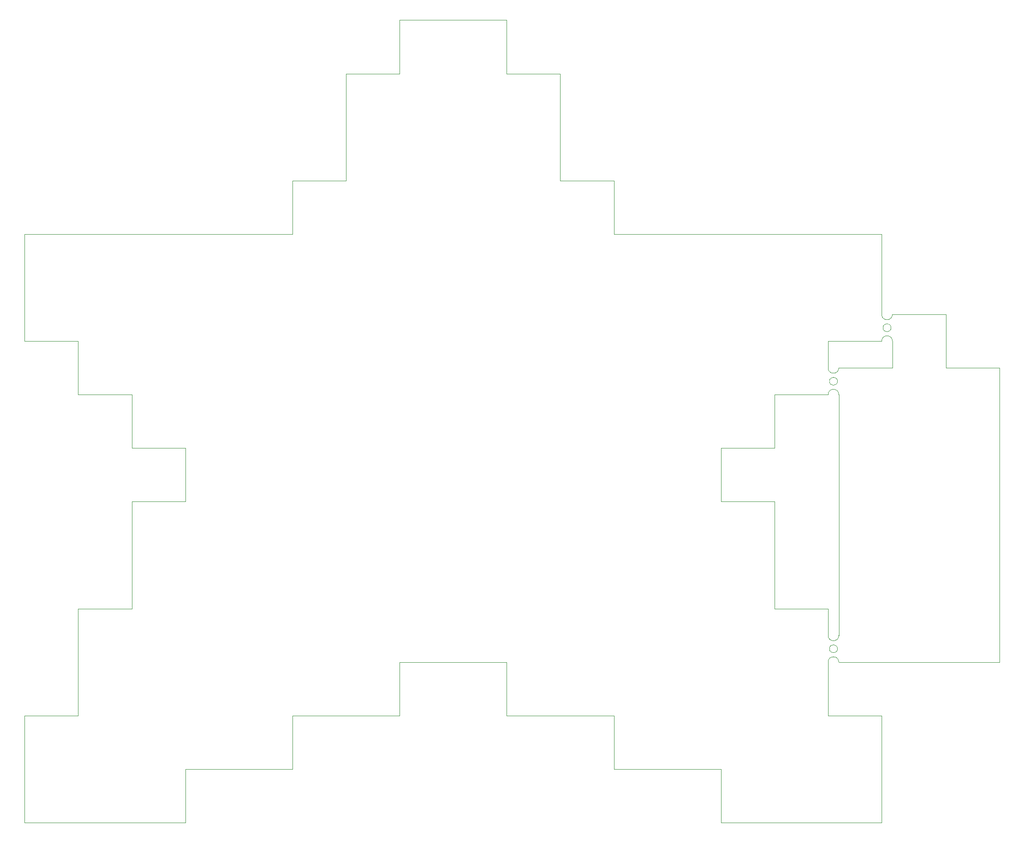
<source format=gbr>
%TF.GenerationSoftware,KiCad,Pcbnew,(6.0.7-1)-1*%
%TF.CreationDate,2022-09-29T14:19:47-06:00*%
%TF.ProjectId,starman,73746172-6d61-46e2-9e6b-696361645f70,rev?*%
%TF.SameCoordinates,Original*%
%TF.FileFunction,Profile,NP*%
%FSLAX46Y46*%
G04 Gerber Fmt 4.6, Leading zero omitted, Abs format (unit mm)*
G04 Created by KiCad (PCBNEW (6.0.7-1)-1) date 2022-09-29 14:19:47*
%MOMM*%
%LPD*%
G01*
G04 APERTURE LIST*
%TA.AperFunction,Profile*%
%ADD10C,0.100000*%
%TD*%
G04 APERTURE END LIST*
D10*
X191750000Y-87500000D02*
G75*
G03*
X191750000Y-87500000I-750000J0D01*
G01*
X182000000Y-113000000D02*
X182000000Y-100000000D01*
X182000000Y-150000000D02*
G75*
G03*
X180000000Y-150000000I-1000000J0D01*
G01*
X100000000Y-30000000D02*
X120000000Y-30000000D01*
X170000000Y-120000000D02*
X170000000Y-140000000D01*
X60000000Y-170000000D02*
X60000000Y-180000000D01*
X212000000Y-95000000D02*
X202000000Y-95000000D01*
X182000000Y-145000000D02*
X182000000Y-113000000D01*
X120000000Y-30000000D02*
X120000000Y-40000000D01*
X160000000Y-110000000D02*
X160000000Y-120000000D01*
X130000000Y-40000000D02*
X130000000Y-60000000D01*
X90000000Y-60000000D02*
X90000000Y-40000000D01*
X180000000Y-150000000D02*
X180000000Y-160000000D01*
X140000000Y-60000000D02*
X140000000Y-70000000D01*
X160000000Y-170000000D02*
X140000000Y-170000000D01*
X40000000Y-100000000D02*
X40000000Y-90000000D01*
X30000000Y-160000000D02*
X40000000Y-160000000D01*
X120000000Y-160000000D02*
X120000000Y-150000000D01*
X212000000Y-113000000D02*
X212000000Y-150000000D01*
X40000000Y-140000000D02*
X50000000Y-140000000D01*
X30000000Y-90000000D02*
X30000000Y-80000000D01*
X182000000Y-95000000D02*
X192000000Y-95000000D01*
X120000000Y-150000000D02*
X100000000Y-150000000D01*
X50000000Y-120000000D02*
X60000000Y-120000000D01*
X100000000Y-40000000D02*
X100000000Y-30000000D01*
X190000000Y-90000000D02*
X180000000Y-90000000D01*
X182000000Y-100000000D02*
G75*
G03*
X180000000Y-100000000I-1000000J0D01*
G01*
X160000000Y-120000000D02*
X170000000Y-120000000D01*
X50000000Y-130000000D02*
X50000000Y-120000000D01*
X30000000Y-80000000D02*
X30000000Y-70000000D01*
X80000000Y-160000000D02*
X80000000Y-170000000D01*
X130000000Y-60000000D02*
X140000000Y-60000000D01*
X181750000Y-97500000D02*
G75*
G03*
X181750000Y-97500000I-750000J0D01*
G01*
X170000000Y-100000000D02*
X170000000Y-110000000D01*
X50000000Y-140000000D02*
X50000000Y-130000000D01*
X50000000Y-110000000D02*
X50000000Y-100000000D01*
X30000000Y-70000000D02*
X80000000Y-70000000D01*
X180000000Y-145000000D02*
G75*
G03*
X182000000Y-145000000I1000000J0D01*
G01*
X170000000Y-110000000D02*
X160000000Y-110000000D01*
X180000000Y-100000000D02*
X170000000Y-100000000D01*
X80000000Y-70000000D02*
X80000000Y-60000000D01*
X100000000Y-160000000D02*
X80000000Y-160000000D01*
X192000000Y-90000000D02*
G75*
G03*
X190000000Y-90000000I-1000000J0D01*
G01*
X60000000Y-110000000D02*
X50000000Y-110000000D01*
X212000000Y-95000000D02*
X212000000Y-113000000D01*
X181750000Y-147500000D02*
G75*
G03*
X181750000Y-147500000I-750000J0D01*
G01*
X190000000Y-85000000D02*
G75*
G03*
X192000000Y-85000000I1000000J0D01*
G01*
X120000000Y-40000000D02*
X130000000Y-40000000D01*
X60000000Y-120000000D02*
X60000000Y-110000000D01*
X180000000Y-95000000D02*
G75*
G03*
X182000000Y-95000000I1000000J0D01*
G01*
X140000000Y-70000000D02*
X190000000Y-70000000D01*
X40000000Y-160000000D02*
X40000000Y-140000000D01*
X190000000Y-180000000D02*
X160000000Y-180000000D01*
X40000000Y-90000000D02*
X30000000Y-90000000D01*
X160000000Y-180000000D02*
X160000000Y-170000000D01*
X180000000Y-90000000D02*
X180000000Y-95000000D01*
X190000000Y-80000000D02*
X190000000Y-85000000D01*
X190000000Y-70000000D02*
X190000000Y-80000000D01*
X202000000Y-95000000D02*
X202000000Y-85000000D01*
X170000000Y-140000000D02*
X180000000Y-140000000D01*
X192000000Y-85000000D02*
X202000000Y-85000000D01*
X192000000Y-95000000D02*
X192000000Y-90000000D01*
X90000000Y-40000000D02*
X100000000Y-40000000D01*
X180000000Y-160000000D02*
X190000000Y-160000000D01*
X30000000Y-180000000D02*
X30000000Y-160000000D01*
X180000000Y-140000000D02*
X180000000Y-145000000D01*
X212000000Y-150000000D02*
X182000000Y-150000000D01*
X80000000Y-60000000D02*
X90000000Y-60000000D01*
X80000000Y-170000000D02*
X60000000Y-170000000D01*
X140000000Y-170000000D02*
X140000000Y-160000000D01*
X100000000Y-150000000D02*
X100000000Y-160000000D01*
X60000000Y-180000000D02*
X30000000Y-180000000D01*
X50000000Y-100000000D02*
X40000000Y-100000000D01*
X190000000Y-160000000D02*
X190000000Y-180000000D01*
X140000000Y-160000000D02*
X120000000Y-160000000D01*
M02*

</source>
